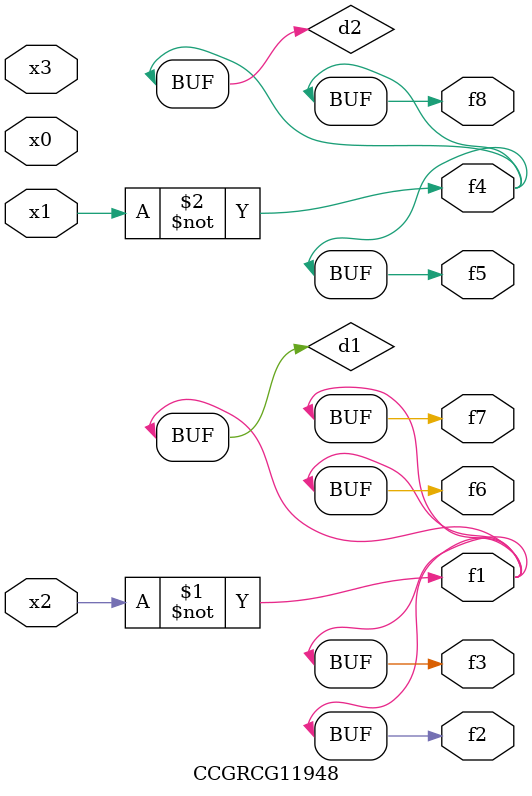
<source format=v>
module CCGRCG11948(
	input x0, x1, x2, x3,
	output f1, f2, f3, f4, f5, f6, f7, f8
);

	wire d1, d2;

	xnor (d1, x2);
	not (d2, x1);
	assign f1 = d1;
	assign f2 = d1;
	assign f3 = d1;
	assign f4 = d2;
	assign f5 = d2;
	assign f6 = d1;
	assign f7 = d1;
	assign f8 = d2;
endmodule

</source>
